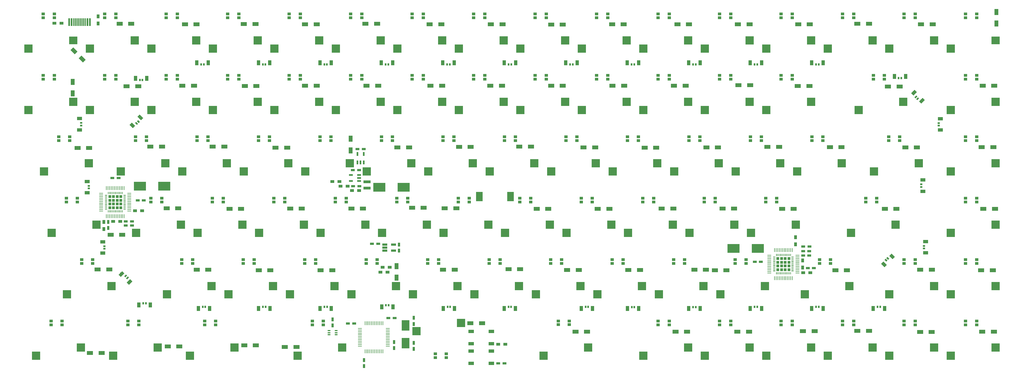
<source format=gbr>
G04 #@! TF.GenerationSoftware,KiCad,Pcbnew,(5.1.4)-1*
G04 #@! TF.CreationDate,2021-03-25T14:40:39-07:00*
G04 #@! TF.ProjectId,lux84,6c757838-342e-46b6-9963-61645f706362,rev?*
G04 #@! TF.SameCoordinates,Original*
G04 #@! TF.FileFunction,Paste,Bot*
G04 #@! TF.FilePolarity,Positive*
%FSLAX46Y46*%
G04 Gerber Fmt 4.6, Leading zero omitted, Abs format (unit mm)*
G04 Created by KiCad (PCBNEW (5.1.4)-1) date 2021-03-25 14:40:39*
%MOMM*%
%LPD*%
G04 APERTURE LIST*
%ADD10C,1.200000*%
%ADD11C,0.100000*%
%ADD12R,1.850000X1.200000*%
%ADD13R,1.200000X1.850000*%
%ADD14R,2.550000X2.500000*%
%ADD15R,1.300000X0.250000*%
%ADD16R,0.250000X1.300000*%
%ADD17R,1.200000X0.900000*%
%ADD18R,1.000000X0.825000*%
%ADD19R,0.247460X0.680000*%
%ADD20R,0.680000X0.247460*%
%ADD21R,0.900000X0.900000*%
%ADD22R,2.550000X2.423800*%
%ADD23R,1.200000X0.750000*%
%ADD24R,0.750000X1.200000*%
%ADD25R,3.750000X2.700000*%
%ADD26C,0.500000*%
%ADD27C,1.000000*%
%ADD28R,0.500000X0.800000*%
%ADD29R,1.000000X1.500000*%
%ADD30R,0.800000X0.500000*%
%ADD31R,1.500000X1.000000*%
%ADD32R,0.600000X1.150000*%
%ADD33R,0.950000X0.400000*%
%ADD34R,2.300000X0.850000*%
%ADD35R,2.000000X3.000000*%
%ADD36R,1.150000X0.600000*%
%ADD37R,0.900000X1.200000*%
%ADD38R,1.700000X1.000000*%
%ADD39R,1.560000X0.650000*%
%ADD40R,0.300000X2.450000*%
%ADD41R,0.600000X2.450000*%
%ADD42R,2.400000X3.325000*%
G04 APERTURE END LIST*
D10*
X81372792Y-105122792D03*
D11*
G36*
X82451130Y-105352602D02*
G01*
X81602602Y-106201130D01*
X80294454Y-104892982D01*
X81142982Y-104044454D01*
X82451130Y-105352602D01*
X82451130Y-105352602D01*
G37*
D10*
X78827208Y-102577208D03*
D11*
G36*
X79905546Y-102807018D02*
G01*
X79057018Y-103655546D01*
X77748870Y-102347398D01*
X78597398Y-101498870D01*
X79905546Y-102807018D01*
X79905546Y-102807018D01*
G37*
D12*
X92996380Y-94176260D03*
X96596380Y-94176260D03*
X113232560Y-94361680D03*
X116832560Y-94361680D03*
X131497700Y-94275320D03*
X135097700Y-94275320D03*
X150441020Y-94384540D03*
X154041020Y-94384540D03*
X169170980Y-94199120D03*
X172770980Y-94199120D03*
X189066800Y-94382000D03*
X192666800Y-94382000D03*
X208015200Y-94382000D03*
X211615200Y-94382000D03*
X226676580Y-94425180D03*
X230276580Y-94425180D03*
X245556400Y-94331200D03*
X249156400Y-94331200D03*
X265817980Y-94328660D03*
X269417980Y-94328660D03*
X284550480Y-94354060D03*
X288150480Y-94354060D03*
X303214400Y-94387080D03*
X306814400Y-94387080D03*
X321550660Y-94186420D03*
X325150660Y-94186420D03*
X341291540Y-94315960D03*
X344891540Y-94315960D03*
D13*
X364595180Y-90534760D03*
X364595180Y-94134760D03*
X78471800Y-112216200D03*
X78471800Y-115816200D03*
D12*
X95137600Y-113533600D03*
X98737600Y-113533600D03*
X112407060Y-113373580D03*
X116007060Y-113373580D03*
X131792340Y-113457400D03*
X135392340Y-113457400D03*
X150430860Y-113426920D03*
X154030860Y-113426920D03*
X169496100Y-113432000D03*
X173096100Y-113432000D03*
X189292860Y-113442160D03*
X192892860Y-113442160D03*
X207850100Y-113371040D03*
X211450100Y-113371040D03*
X226671500Y-113398980D03*
X230271500Y-113398980D03*
X245680860Y-113388820D03*
X249280860Y-113388820D03*
X264756260Y-113398980D03*
X268356260Y-113398980D03*
X284707960Y-113271980D03*
X288307960Y-113271980D03*
X303112800Y-113454860D03*
X306712800Y-113454860D03*
X331052800Y-113635200D03*
X334652800Y-113635200D03*
X360361860Y-113439620D03*
X363961860Y-113439620D03*
X79948400Y-132685200D03*
X83548400Y-132685200D03*
X102539160Y-132258480D03*
X106139160Y-132258480D03*
X121843160Y-132324520D03*
X125443160Y-132324520D03*
X141299560Y-132598840D03*
X144899560Y-132598840D03*
D13*
X164527000Y-129853960D03*
X164527000Y-133453960D03*
D12*
X179066820Y-132512480D03*
X182666820Y-132512480D03*
X198142220Y-132413420D03*
X201742220Y-132413420D03*
X216808680Y-132248320D03*
X220408680Y-132248320D03*
X236729900Y-132499780D03*
X240329900Y-132499780D03*
X255652900Y-132606460D03*
X259252900Y-132606460D03*
X274768940Y-132535340D03*
X278368940Y-132535340D03*
X293707180Y-132413420D03*
X297307180Y-132413420D03*
X313028960Y-132494700D03*
X316628960Y-132494700D03*
X336394420Y-132499780D03*
X339994420Y-132499780D03*
X360072300Y-132454060D03*
X363672300Y-132454060D03*
X93810000Y-159660000D03*
X90210000Y-159660000D03*
X107568360Y-151397380D03*
X111168360Y-151397380D03*
X127029840Y-151565020D03*
X130629840Y-151565020D03*
X145841080Y-151478660D03*
X149441080Y-151478660D03*
X164799640Y-151506600D03*
X168399640Y-151506600D03*
X183585480Y-151278000D03*
X187185480Y-151278000D03*
X193689600Y-151379600D03*
X197289600Y-151379600D03*
X222218880Y-151565020D03*
X225818880Y-151565020D03*
X241116480Y-151577720D03*
X244716480Y-151577720D03*
X260941180Y-151496440D03*
X264541180Y-151496440D03*
X279780360Y-151521840D03*
X283380360Y-151521840D03*
X298246160Y-151618360D03*
X301846160Y-151618360D03*
X330059660Y-151572640D03*
X333659660Y-151572640D03*
X360608240Y-151565020D03*
X364208240Y-151565020D03*
X86196800Y-170409280D03*
X89796800Y-170409280D03*
X116882540Y-170480400D03*
X120482540Y-170480400D03*
X136110340Y-170615020D03*
X139710340Y-170615020D03*
X155269560Y-170655660D03*
X158869560Y-170655660D03*
D13*
X178827200Y-169366200D03*
X178827200Y-172966200D03*
D12*
X193201920Y-170482940D03*
X196801920Y-170482940D03*
X213478740Y-170335620D03*
X217078740Y-170335620D03*
X231654980Y-170526120D03*
X235254980Y-170526120D03*
X250613540Y-170584540D03*
X254213540Y-170584540D03*
X271055460Y-170444840D03*
X274655460Y-170444840D03*
X277408000Y-170620100D03*
X281008000Y-170620100D03*
X314746000Y-170648040D03*
X318346000Y-170648040D03*
X341035000Y-170513420D03*
X344635000Y-170513420D03*
X359889420Y-170620100D03*
X363489420Y-170620100D03*
X83809200Y-196286800D03*
X87409200Y-196286800D03*
X111488400Y-194254800D03*
X107888400Y-194254800D03*
X135212000Y-193950000D03*
X131612000Y-193950000D03*
X265190600Y-189662480D03*
X268790600Y-189662480D03*
X304687600Y-189545640D03*
X308287600Y-189545640D03*
X321563360Y-189477060D03*
X325163360Y-189477060D03*
X341004520Y-189736140D03*
X344604520Y-189736140D03*
X360237400Y-189715820D03*
X363837400Y-189715820D03*
X144159600Y-194407200D03*
X147759600Y-194407200D03*
X234233080Y-189675180D03*
X237833080Y-189675180D03*
X205265200Y-187041200D03*
X201665200Y-187041200D03*
X284398080Y-189659940D03*
X287998080Y-189659940D03*
D14*
X64765000Y-120925000D03*
X78615000Y-118385000D03*
X333409000Y-156485000D03*
X319559000Y-159025000D03*
D15*
X176116000Y-188660000D03*
X176116000Y-189160000D03*
X176116000Y-189660000D03*
X176116000Y-190160000D03*
X176116000Y-190660000D03*
X176116000Y-191160000D03*
X176116000Y-191660000D03*
X176116000Y-192160000D03*
X176116000Y-192660000D03*
X176116000Y-193160000D03*
X176116000Y-193660000D03*
X176116000Y-194160000D03*
D16*
X174516000Y-195760000D03*
X174016000Y-195760000D03*
X173516000Y-195760000D03*
X173016000Y-195760000D03*
X172516000Y-195760000D03*
X172016000Y-195760000D03*
X171516000Y-195760000D03*
X171016000Y-195760000D03*
X170516000Y-195760000D03*
X170016000Y-195760000D03*
X169516000Y-195760000D03*
X169016000Y-195760000D03*
D15*
X167416000Y-194160000D03*
X167416000Y-193660000D03*
X167416000Y-193160000D03*
X167416000Y-192660000D03*
X167416000Y-192160000D03*
X167416000Y-191660000D03*
X167416000Y-191160000D03*
X167416000Y-190660000D03*
X167416000Y-190160000D03*
X167416000Y-189660000D03*
X167416000Y-189160000D03*
X167416000Y-188660000D03*
D16*
X169016000Y-187060000D03*
X169516000Y-187060000D03*
X170016000Y-187060000D03*
X170516000Y-187060000D03*
X171016000Y-187060000D03*
X171516000Y-187060000D03*
X172016000Y-187060000D03*
X172516000Y-187060000D03*
X173016000Y-187060000D03*
X173516000Y-187060000D03*
X174016000Y-187060000D03*
X174516000Y-187060000D03*
D17*
X161395000Y-144521600D03*
X163595000Y-144521600D03*
D18*
X183653200Y-92290000D03*
X183653200Y-91140000D03*
X187055800Y-91140000D03*
X187055800Y-92290000D03*
D15*
X96004400Y-147275400D03*
X87304400Y-150775400D03*
X87304400Y-147275400D03*
D16*
X90404400Y-145175400D03*
D15*
X87304400Y-149275400D03*
D16*
X89404400Y-145175400D03*
D15*
X96004400Y-146775400D03*
X87304400Y-150275400D03*
D16*
X92404400Y-145175400D03*
X93904400Y-145175400D03*
D15*
X96004400Y-147775400D03*
X96004400Y-148275400D03*
D16*
X94404400Y-145175400D03*
D15*
X87304400Y-151275400D03*
D16*
X93404400Y-145175400D03*
D15*
X87304400Y-148275400D03*
X87304400Y-152275400D03*
X87304400Y-151775400D03*
X87304400Y-148775400D03*
X87304400Y-147775400D03*
X87304400Y-149775400D03*
X87304400Y-146775400D03*
D16*
X88904400Y-145175400D03*
X89904400Y-145175400D03*
X90904400Y-145175400D03*
X91404400Y-145175400D03*
X91904400Y-145175400D03*
X92904400Y-145175400D03*
D15*
X96004400Y-150275400D03*
D16*
X88904400Y-153875400D03*
D15*
X96004400Y-148775400D03*
D16*
X94404400Y-153875400D03*
X93404400Y-153875400D03*
D15*
X96004400Y-151775400D03*
D16*
X91404400Y-153875400D03*
D15*
X96004400Y-152275400D03*
D16*
X92904400Y-153875400D03*
D15*
X96004400Y-150775400D03*
D16*
X93904400Y-153875400D03*
X91904400Y-153875400D03*
X92404400Y-153875400D03*
X90404400Y-153875400D03*
D15*
X96004400Y-151275400D03*
D16*
X90904400Y-153875400D03*
X89404400Y-153875400D03*
D15*
X96004400Y-149775400D03*
X96004400Y-149275400D03*
D16*
X89904400Y-153875400D03*
D19*
X89454400Y-152385400D03*
X89854400Y-152385400D03*
X90254400Y-152385400D03*
X90654400Y-152385400D03*
X91054400Y-152385400D03*
X91454400Y-152385400D03*
X91854400Y-152385400D03*
X92254400Y-152385400D03*
X92654400Y-152385400D03*
X93054400Y-152385400D03*
X93454400Y-152385400D03*
X93854400Y-152385400D03*
D20*
X94514400Y-151725400D03*
X94514400Y-151325400D03*
X94514400Y-150925400D03*
X94514400Y-150525400D03*
X94514400Y-150125400D03*
X94514400Y-149725400D03*
X94514400Y-149325400D03*
X94514400Y-148925400D03*
X94514400Y-148525400D03*
X94514400Y-148125400D03*
X94514400Y-147725400D03*
X94514400Y-147325400D03*
D19*
X93854400Y-146665400D03*
X93454400Y-146665400D03*
X93054400Y-146665400D03*
X92654400Y-146665400D03*
X92254400Y-146665400D03*
X91854400Y-146665400D03*
X91454400Y-146665400D03*
X91054400Y-146665400D03*
X90654400Y-146665400D03*
X90254400Y-146665400D03*
X89854400Y-146665400D03*
X89454400Y-146665400D03*
D20*
X88794400Y-147325400D03*
X88794400Y-147725400D03*
X88794400Y-148125400D03*
X88794400Y-148525400D03*
X88794400Y-148925400D03*
X88794400Y-149325400D03*
X88794400Y-149725400D03*
X88794400Y-150125400D03*
X88794400Y-150525400D03*
X88794400Y-150925400D03*
X88794400Y-151325400D03*
X88794400Y-151725400D03*
D21*
X93379400Y-147800400D03*
X93379400Y-148950400D03*
X93379400Y-150100400D03*
X93379400Y-151250400D03*
X92229400Y-147800400D03*
X92229400Y-148950400D03*
X92229400Y-150100400D03*
X92229400Y-151250400D03*
X91079400Y-147800400D03*
X91079400Y-148950400D03*
X91079400Y-150100400D03*
X91079400Y-151250400D03*
X89929400Y-147800400D03*
X89929400Y-148950400D03*
X89929400Y-150100400D03*
X89929400Y-151250400D03*
D16*
X296389000Y-164377800D03*
X299889000Y-173077800D03*
X296389000Y-173077800D03*
D15*
X294289000Y-169977800D03*
D16*
X298389000Y-173077800D03*
D15*
X294289000Y-170977800D03*
D16*
X295889000Y-164377800D03*
X299389000Y-173077800D03*
D15*
X294289000Y-167977800D03*
X294289000Y-166477800D03*
D16*
X296889000Y-164377800D03*
X297389000Y-164377800D03*
D15*
X294289000Y-165977800D03*
D16*
X300389000Y-173077800D03*
D15*
X294289000Y-166977800D03*
D16*
X297389000Y-173077800D03*
X301389000Y-173077800D03*
X300889000Y-173077800D03*
X297889000Y-173077800D03*
X296889000Y-173077800D03*
X298889000Y-173077800D03*
X295889000Y-173077800D03*
D15*
X294289000Y-171477800D03*
X294289000Y-170477800D03*
X294289000Y-169477800D03*
X294289000Y-168977800D03*
X294289000Y-168477800D03*
X294289000Y-167477800D03*
D16*
X299389000Y-164377800D03*
D15*
X302989000Y-171477800D03*
D16*
X297889000Y-164377800D03*
D15*
X302989000Y-165977800D03*
X302989000Y-166977800D03*
D16*
X300889000Y-164377800D03*
D15*
X302989000Y-168977800D03*
D16*
X301389000Y-164377800D03*
D15*
X302989000Y-167477800D03*
D16*
X299889000Y-164377800D03*
D15*
X302989000Y-166477800D03*
X302989000Y-168477800D03*
X302989000Y-167977800D03*
X302989000Y-169977800D03*
D16*
X300389000Y-164377800D03*
D15*
X302989000Y-169477800D03*
X302989000Y-170977800D03*
D16*
X298889000Y-164377800D03*
X298389000Y-164377800D03*
D15*
X302989000Y-170477800D03*
D20*
X301499000Y-170927800D03*
X301499000Y-170527800D03*
X301499000Y-170127800D03*
X301499000Y-169727800D03*
X301499000Y-169327800D03*
X301499000Y-168927800D03*
X301499000Y-168527800D03*
X301499000Y-168127800D03*
X301499000Y-167727800D03*
X301499000Y-167327800D03*
X301499000Y-166927800D03*
X301499000Y-166527800D03*
D19*
X300839000Y-165867800D03*
X300439000Y-165867800D03*
X300039000Y-165867800D03*
X299639000Y-165867800D03*
X299239000Y-165867800D03*
X298839000Y-165867800D03*
X298439000Y-165867800D03*
X298039000Y-165867800D03*
X297639000Y-165867800D03*
X297239000Y-165867800D03*
X296839000Y-165867800D03*
X296439000Y-165867800D03*
D20*
X295779000Y-166527800D03*
X295779000Y-166927800D03*
X295779000Y-167327800D03*
X295779000Y-167727800D03*
X295779000Y-168127800D03*
X295779000Y-168527800D03*
X295779000Y-168927800D03*
X295779000Y-169327800D03*
X295779000Y-169727800D03*
X295779000Y-170127800D03*
X295779000Y-170527800D03*
X295779000Y-170927800D03*
D19*
X296439000Y-171587800D03*
X296839000Y-171587800D03*
X297239000Y-171587800D03*
X297639000Y-171587800D03*
X298039000Y-171587800D03*
X298439000Y-171587800D03*
X298839000Y-171587800D03*
X299239000Y-171587800D03*
X299639000Y-171587800D03*
X300039000Y-171587800D03*
X300439000Y-171587800D03*
X300839000Y-171587800D03*
D21*
X296914000Y-167002800D03*
X298064000Y-167002800D03*
X299214000Y-167002800D03*
X300364000Y-167002800D03*
X296914000Y-168152800D03*
X298064000Y-168152800D03*
X299214000Y-168152800D03*
X300364000Y-168152800D03*
X296914000Y-169302800D03*
X298064000Y-169302800D03*
X299214000Y-169302800D03*
X300364000Y-169302800D03*
X296914000Y-170452800D03*
X298064000Y-170452800D03*
X299214000Y-170452800D03*
X300364000Y-170452800D03*
D14*
X64765000Y-101875000D03*
D22*
X78615000Y-99373100D03*
D14*
X350515000Y-101875000D03*
D22*
X364365000Y-99373100D03*
D18*
X72755800Y-92290000D03*
X72755800Y-91140000D03*
X69353200Y-91140000D03*
X69353200Y-92290000D03*
X91805800Y-92290000D03*
X91805800Y-91140000D03*
X88403200Y-91140000D03*
X88403200Y-92290000D03*
X110855800Y-92290000D03*
X110855800Y-91140000D03*
X107453200Y-91140000D03*
X107453200Y-92290000D03*
X129905800Y-92290000D03*
X129905800Y-91140000D03*
X126503200Y-91140000D03*
X126503200Y-92290000D03*
X148955800Y-92290000D03*
X148955800Y-91140000D03*
X145553200Y-91140000D03*
X145553200Y-92290000D03*
X168005800Y-92290000D03*
X168005800Y-91140000D03*
X164603200Y-91140000D03*
X164603200Y-92290000D03*
X206105800Y-92290000D03*
X206105800Y-91140000D03*
X202703200Y-91140000D03*
X202703200Y-92290000D03*
X225155800Y-92290000D03*
X225155800Y-91140000D03*
X221753200Y-91140000D03*
X221753200Y-92290000D03*
X244205800Y-92290000D03*
X244205800Y-91140000D03*
X240803200Y-91140000D03*
X240803200Y-92290000D03*
X263255800Y-92290000D03*
X263255800Y-91140000D03*
X259853200Y-91140000D03*
X259853200Y-92290000D03*
X282305800Y-92290000D03*
X282305800Y-91140000D03*
X278903200Y-91140000D03*
X278903200Y-92290000D03*
X301355800Y-92290000D03*
X301355800Y-91140000D03*
X297953200Y-91140000D03*
X297953200Y-92290000D03*
X320405800Y-92290000D03*
X320405800Y-91140000D03*
X317003200Y-91140000D03*
X317003200Y-92290000D03*
X339455800Y-92290000D03*
X339455800Y-91140000D03*
X336053200Y-91140000D03*
X336053200Y-92290000D03*
X358505800Y-92290000D03*
X358505800Y-91140000D03*
X355103200Y-91140000D03*
X355103200Y-92290000D03*
X72755800Y-111340000D03*
X72755800Y-110190000D03*
X69353200Y-110190000D03*
X69353200Y-111340000D03*
X91805800Y-111340000D03*
X91805800Y-110190000D03*
X88403200Y-110190000D03*
X88403200Y-111340000D03*
X110855800Y-111340000D03*
X110855800Y-110190000D03*
X107453200Y-110190000D03*
X107453200Y-111340000D03*
X129905800Y-111340000D03*
X129905800Y-110190000D03*
X126503200Y-110190000D03*
X126503200Y-111340000D03*
X148955800Y-111340000D03*
X148955800Y-110190000D03*
X145553200Y-110190000D03*
X145553200Y-111340000D03*
X168005800Y-111340000D03*
X168005800Y-110190000D03*
X164603200Y-110190000D03*
X164603200Y-111340000D03*
X187055800Y-111340000D03*
X187055800Y-110190000D03*
X183653200Y-110190000D03*
X183653200Y-111340000D03*
X206105800Y-111340000D03*
X206105800Y-110190000D03*
X202703200Y-110190000D03*
X202703200Y-111340000D03*
X225155800Y-111340000D03*
X225155800Y-110190000D03*
X221753200Y-110190000D03*
X221753200Y-111340000D03*
X244205800Y-111340000D03*
X244205800Y-110190000D03*
X240803200Y-110190000D03*
X240803200Y-111340000D03*
X263255800Y-111340000D03*
X263255800Y-110190000D03*
X259853200Y-110190000D03*
X259853200Y-111340000D03*
X282305800Y-111340000D03*
X282305800Y-110190000D03*
X278903200Y-110190000D03*
X278903200Y-111340000D03*
X301355800Y-111340000D03*
X301355800Y-110190000D03*
X297953200Y-110190000D03*
X297953200Y-111340000D03*
X329930800Y-111340000D03*
X329930800Y-110190000D03*
X326528200Y-110190000D03*
X326528200Y-111340000D03*
X358505800Y-111340000D03*
X358505800Y-110190000D03*
X355103200Y-110190000D03*
X355103200Y-111340000D03*
X77518300Y-130390000D03*
X77518300Y-129240000D03*
X74115700Y-129240000D03*
X74115700Y-130390000D03*
X101330800Y-130390000D03*
X101330800Y-129240000D03*
X97928200Y-129240000D03*
X97928200Y-130390000D03*
X120380800Y-130390000D03*
X120380800Y-129240000D03*
X116978200Y-129240000D03*
X116978200Y-130390000D03*
X139430800Y-130390000D03*
X139430800Y-129240000D03*
X136028200Y-129240000D03*
X136028200Y-130390000D03*
X158480800Y-130390000D03*
X158480800Y-129240000D03*
X155078200Y-129240000D03*
X155078200Y-130390000D03*
X177530800Y-130390000D03*
X177530800Y-129240000D03*
X174128200Y-129240000D03*
X174128200Y-130390000D03*
X196580800Y-130390000D03*
X196580800Y-129240000D03*
X193178200Y-129240000D03*
X193178200Y-130390000D03*
X215630800Y-130390000D03*
X215630800Y-129240000D03*
X212228200Y-129240000D03*
X212228200Y-130390000D03*
X234680800Y-130390000D03*
X234680800Y-129240000D03*
X231278200Y-129240000D03*
X231278200Y-130390000D03*
X253730800Y-130390000D03*
X253730800Y-129240000D03*
X250328200Y-129240000D03*
X250328200Y-130390000D03*
X272780800Y-130390000D03*
X272780800Y-129240000D03*
X269378200Y-129240000D03*
X269378200Y-130390000D03*
X291830800Y-130390000D03*
X291830800Y-129240000D03*
X288428200Y-129240000D03*
X288428200Y-130390000D03*
X310880800Y-130390000D03*
X310880800Y-129240000D03*
X307478200Y-129240000D03*
X307478200Y-130390000D03*
X334693800Y-130390000D03*
X334693800Y-129240000D03*
X331291200Y-129240000D03*
X331291200Y-130390000D03*
X358505800Y-130390000D03*
X358505800Y-129240000D03*
X355103200Y-129240000D03*
X355103200Y-130390000D03*
X79899550Y-149440000D03*
X79899550Y-148290000D03*
X76496950Y-148290000D03*
X76496950Y-149440000D03*
X106093300Y-149440000D03*
X106093300Y-148290000D03*
X102690700Y-148290000D03*
X102690700Y-149440000D03*
X125143300Y-149440000D03*
X125143300Y-148290000D03*
X121740700Y-148290000D03*
X121740700Y-149440000D03*
X144193300Y-149440000D03*
X144193300Y-148290000D03*
X140790700Y-148290000D03*
X140790700Y-149440000D03*
X163243300Y-149440000D03*
X163243300Y-148290000D03*
X159840700Y-148290000D03*
X159840700Y-149440000D03*
X182293800Y-149440000D03*
X182293800Y-148290000D03*
X178891200Y-148290000D03*
X178891200Y-149440000D03*
X201343800Y-149440000D03*
X201343800Y-148290000D03*
X197941200Y-148290000D03*
X197941200Y-149440000D03*
X220393800Y-149440000D03*
X220393800Y-148290000D03*
X216991200Y-148290000D03*
X216991200Y-149440000D03*
X239443800Y-149440000D03*
X239443800Y-148290000D03*
X236041200Y-148290000D03*
X236041200Y-149440000D03*
X258493800Y-149440000D03*
X258493800Y-148290000D03*
X255091200Y-148290000D03*
X255091200Y-149440000D03*
X277543800Y-149440000D03*
X277543800Y-148290000D03*
X274141200Y-148290000D03*
X274141200Y-149440000D03*
X296593800Y-149440000D03*
X296593800Y-148290000D03*
X293191200Y-148290000D03*
X293191200Y-149440000D03*
X327549800Y-149440000D03*
X327549800Y-148290000D03*
X324147200Y-148290000D03*
X324147200Y-149440000D03*
X358505800Y-149440000D03*
X358505800Y-148290000D03*
X355103200Y-148290000D03*
X355103200Y-149440000D03*
X84662100Y-168490000D03*
X84662100Y-167340000D03*
X81259500Y-167340000D03*
X81259500Y-168490000D03*
X115618400Y-168490000D03*
X115618400Y-167340000D03*
X112215800Y-167340000D03*
X112215800Y-168490000D03*
X134668400Y-168490000D03*
X134668400Y-167340000D03*
X131265800Y-167340000D03*
X131265800Y-168490000D03*
X153718400Y-168490000D03*
X153718400Y-167340000D03*
X150315800Y-167340000D03*
X150315800Y-168490000D03*
X172768400Y-168490000D03*
X172768400Y-167340000D03*
X169365800Y-167340000D03*
X169365800Y-168490000D03*
X191818400Y-168490000D03*
X191818400Y-167340000D03*
X188415800Y-167340000D03*
X188415800Y-168490000D03*
X210868400Y-168490000D03*
X210868400Y-167340000D03*
X207465800Y-167340000D03*
X207465800Y-168490000D03*
X229918400Y-168490000D03*
X229918400Y-167340000D03*
X226515800Y-167340000D03*
X226515800Y-168490000D03*
X248968400Y-168490000D03*
X248968400Y-167340000D03*
X245565800Y-167340000D03*
X245565800Y-168490000D03*
X268018400Y-168490000D03*
X268018400Y-167340000D03*
X264615800Y-167340000D03*
X264615800Y-168490000D03*
X287068400Y-168490000D03*
X287068400Y-167340000D03*
X283665800Y-167340000D03*
X283665800Y-168490000D03*
X313262100Y-168490000D03*
X313262100Y-167340000D03*
X309859500Y-167340000D03*
X309859500Y-168490000D03*
X339455800Y-168490000D03*
X339455800Y-167340000D03*
X336053200Y-167340000D03*
X336053200Y-168490000D03*
X358505800Y-168490000D03*
X358505800Y-167340000D03*
X355103200Y-167340000D03*
X355103200Y-168490000D03*
X75137050Y-187540000D03*
X75137050Y-186390000D03*
X71734450Y-186390000D03*
X71734450Y-187540000D03*
X98949600Y-187540000D03*
X98949600Y-186390000D03*
X95547000Y-186390000D03*
X95547000Y-187540000D03*
X122762100Y-187540000D03*
X122762100Y-186390000D03*
X119359500Y-186390000D03*
X119359500Y-187540000D03*
X156099600Y-187540000D03*
X156099600Y-186390000D03*
X152697000Y-186390000D03*
X152697000Y-187540000D03*
X194199800Y-197700000D03*
X194199800Y-196550000D03*
X190797200Y-196550000D03*
X190797200Y-197700000D03*
X232305900Y-187527300D03*
X232305900Y-186377300D03*
X228903300Y-186377300D03*
X228903300Y-187527300D03*
X263255800Y-187540000D03*
X263255800Y-186390000D03*
X259853200Y-186390000D03*
X259853200Y-187540000D03*
X282305800Y-187540000D03*
X282305800Y-186390000D03*
X278903200Y-186390000D03*
X278903200Y-187540000D03*
X301355800Y-187540000D03*
X301355800Y-186390000D03*
X297953200Y-186390000D03*
X297953200Y-187540000D03*
X320405800Y-187540000D03*
X320405800Y-186390000D03*
X317003200Y-186390000D03*
X317003200Y-187540000D03*
X339455800Y-187540000D03*
X339455800Y-186390000D03*
X336053200Y-186390000D03*
X336053200Y-187540000D03*
X358505800Y-187540000D03*
X358505800Y-186390000D03*
X355103200Y-186390000D03*
X355103200Y-187540000D03*
D14*
X184939000Y-189505000D03*
X198789000Y-186965000D03*
X264790000Y-139975000D03*
X278640000Y-137435000D03*
D23*
X212213000Y-199538000D03*
X210313000Y-199538000D03*
D24*
X178014400Y-192898400D03*
X178014400Y-194798400D03*
D23*
X165654800Y-187117400D03*
X163754800Y-187117400D03*
X176277000Y-185441000D03*
X178177000Y-185441000D03*
D24*
X168718000Y-198461000D03*
X168718000Y-200361000D03*
D23*
X165253400Y-139543200D03*
X167153400Y-139543200D03*
X168601200Y-133066200D03*
X166701200Y-133066200D03*
D25*
X181002000Y-144928000D03*
X173452000Y-144928000D03*
D23*
X167255000Y-144547000D03*
X165355000Y-144547000D03*
D24*
X179513000Y-164547000D03*
X179513000Y-162647000D03*
D23*
X92655200Y-142057800D03*
X90755200Y-142057800D03*
X98603800Y-148941200D03*
X100503800Y-148941200D03*
X94895400Y-155443600D03*
X96795400Y-155443600D03*
D25*
X99284000Y-144547000D03*
X106834000Y-144547000D03*
D23*
X306701000Y-163241400D03*
X304801000Y-163241400D03*
X304750200Y-164689200D03*
X306650200Y-164689200D03*
X291664200Y-167991200D03*
X289764200Y-167991200D03*
D25*
X290750880Y-163861160D03*
X283200880Y-163861160D03*
D23*
X96795400Y-156764400D03*
X94895400Y-156764400D03*
X306675600Y-166035400D03*
X304775600Y-166035400D03*
D24*
X89470000Y-155636600D03*
X89470000Y-157536600D03*
D23*
X306198000Y-169997800D03*
X308098000Y-169997800D03*
D24*
X184110400Y-185380000D03*
X184110400Y-187280000D03*
X184110400Y-195027000D03*
X184110400Y-193127000D03*
D26*
X98240211Y-125079296D03*
D11*
G36*
X98346277Y-125538915D02*
G01*
X97780592Y-124973230D01*
X98134145Y-124619677D01*
X98699830Y-125185362D01*
X98346277Y-125538915D01*
X98346277Y-125538915D01*
G37*
D26*
X98805896Y-124513611D03*
D11*
G36*
X98911962Y-124973230D02*
G01*
X98346277Y-124407545D01*
X98699830Y-124053992D01*
X99265515Y-124619677D01*
X98911962Y-124973230D01*
X98911962Y-124973230D01*
G37*
D27*
X99406937Y-123205463D03*
D11*
G36*
X99583714Y-124089346D02*
G01*
X98523054Y-123028686D01*
X99230160Y-122321580D01*
X100290820Y-123382240D01*
X99583714Y-124089346D01*
X99583714Y-124089346D01*
G37*
D27*
X96932063Y-125680337D03*
D11*
G36*
X97108840Y-126564220D02*
G01*
X96048180Y-125503560D01*
X96755286Y-124796454D01*
X97815946Y-125857114D01*
X97108840Y-126564220D01*
X97108840Y-126564220D01*
G37*
D28*
X99242700Y-111646000D03*
X100042700Y-111646000D03*
D29*
X101392700Y-111146000D03*
X97892700Y-111146000D03*
D28*
X118280000Y-106820000D03*
X119080000Y-106820000D03*
D29*
X120430000Y-106320000D03*
X116930000Y-106320000D03*
D28*
X137342700Y-106820000D03*
X138142700Y-106820000D03*
D29*
X139492700Y-106320000D03*
X135992700Y-106320000D03*
D28*
X156392700Y-106820000D03*
X157192700Y-106820000D03*
D29*
X158542700Y-106320000D03*
X155042700Y-106320000D03*
D28*
X175430000Y-106820000D03*
X176230000Y-106820000D03*
D29*
X177580000Y-106320000D03*
X174080000Y-106320000D03*
D28*
X194480000Y-106820000D03*
X195280000Y-106820000D03*
D29*
X196630000Y-106320000D03*
X193130000Y-106320000D03*
D28*
X213530000Y-106820000D03*
X214330000Y-106820000D03*
D29*
X215680000Y-106320000D03*
X212180000Y-106320000D03*
D28*
X232580000Y-106832700D03*
X233380000Y-106832700D03*
D29*
X234730000Y-106332700D03*
X231230000Y-106332700D03*
D28*
X251630000Y-106820000D03*
X252430000Y-106820000D03*
D29*
X253780000Y-106320000D03*
X250280000Y-106320000D03*
D28*
X270680000Y-106820000D03*
X271480000Y-106820000D03*
D29*
X272830000Y-106320000D03*
X269330000Y-106320000D03*
D28*
X289730000Y-106807300D03*
X290530000Y-106807300D03*
D29*
X291880000Y-106307300D03*
X288380000Y-106307300D03*
D28*
X308780000Y-106820000D03*
X309580000Y-106820000D03*
D29*
X310930000Y-106320000D03*
X307430000Y-106320000D03*
D28*
X334357800Y-111061800D03*
X335157800Y-111061800D03*
D29*
X336507800Y-110561800D03*
X333007800Y-110561800D03*
D26*
X339684004Y-116855511D03*
D11*
G36*
X339224385Y-116961577D02*
G01*
X339790070Y-116395892D01*
X340143623Y-116749445D01*
X339577938Y-117315130D01*
X339224385Y-116961577D01*
X339224385Y-116961577D01*
G37*
D26*
X340249689Y-117421196D03*
D11*
G36*
X339790070Y-117527262D02*
G01*
X340355755Y-116961577D01*
X340709308Y-117315130D01*
X340143623Y-117880815D01*
X339790070Y-117527262D01*
X339790070Y-117527262D01*
G37*
D27*
X341557837Y-118022237D03*
D11*
G36*
X340673954Y-118199014D02*
G01*
X341734614Y-117138354D01*
X342441720Y-117845460D01*
X341381060Y-118906120D01*
X340673954Y-118199014D01*
X340673954Y-118199014D01*
G37*
D27*
X339082963Y-115547363D03*
D11*
G36*
X338199080Y-115724140D02*
G01*
X339259740Y-114663480D01*
X339966846Y-115370586D01*
X338906186Y-116431246D01*
X338199080Y-115724140D01*
X338199080Y-115724140D01*
G37*
D30*
X81080000Y-125757300D03*
X81080000Y-124957300D03*
D31*
X80580000Y-123607300D03*
X80580000Y-127107300D03*
D30*
X346780000Y-124970000D03*
X346780000Y-125770000D03*
D31*
X347280000Y-127120000D03*
X347280000Y-123620000D03*
D30*
X83467600Y-145264500D03*
X83467600Y-144464500D03*
D31*
X82967600Y-143114500D03*
X82967600Y-146614500D03*
D30*
X341319000Y-144007300D03*
X341319000Y-144807300D03*
D31*
X341819000Y-146157300D03*
X341819000Y-142657300D03*
D30*
X88255500Y-163958900D03*
X88255500Y-163158900D03*
D31*
X87755500Y-161808900D03*
X87755500Y-165308900D03*
D30*
X342208000Y-163070000D03*
X342208000Y-163870000D03*
D31*
X342708000Y-165220000D03*
X342708000Y-161720000D03*
D26*
X95440396Y-172949689D03*
D11*
G36*
X95900015Y-172843623D02*
G01*
X95334330Y-173409308D01*
X94980777Y-173055755D01*
X95546462Y-172490070D01*
X95900015Y-172843623D01*
X95900015Y-172843623D01*
G37*
D26*
X94874711Y-172384004D03*
D11*
G36*
X95334330Y-172277938D02*
G01*
X94768645Y-172843623D01*
X94415092Y-172490070D01*
X94980777Y-171924385D01*
X95334330Y-172277938D01*
X95334330Y-172277938D01*
G37*
D27*
X93566563Y-171782963D03*
D11*
G36*
X94450446Y-171606186D02*
G01*
X93389786Y-172666846D01*
X92682680Y-171959740D01*
X93743340Y-170899080D01*
X94450446Y-171606186D01*
X94450446Y-171606186D01*
G37*
D27*
X96041437Y-174257837D03*
D11*
G36*
X96925320Y-174081060D02*
G01*
X95864660Y-175141720D01*
X95157554Y-174434614D01*
X96218214Y-173373954D01*
X96925320Y-174081060D01*
X96925320Y-174081060D01*
G37*
D28*
X101134900Y-180915100D03*
X100334900Y-180915100D03*
D29*
X98984900Y-181415100D03*
X102484900Y-181415100D03*
D28*
X119524500Y-182020000D03*
X118724500Y-182020000D03*
D29*
X117374500Y-182520000D03*
X120874500Y-182520000D03*
D28*
X138218900Y-182020000D03*
X137418900Y-182020000D03*
D29*
X136068900Y-182520000D03*
X139568900Y-182520000D03*
D28*
X157243500Y-182007300D03*
X156443500Y-182007300D03*
D29*
X155093500Y-182507300D03*
X158593500Y-182507300D03*
D28*
X176323980Y-181514540D03*
X175523980Y-181514540D03*
D29*
X174173980Y-182014540D03*
X177673980Y-182014540D03*
D28*
X195394300Y-182020000D03*
X194594300Y-182020000D03*
D29*
X193244300Y-182520000D03*
X196744300Y-182520000D03*
D28*
X214291900Y-182007300D03*
X213491900Y-182007300D03*
D29*
X212141900Y-182507300D03*
X215641900Y-182507300D03*
D28*
X238142500Y-182007300D03*
X237342500Y-182007300D03*
D29*
X235992500Y-182507300D03*
X239492500Y-182507300D03*
D28*
X252442700Y-182032700D03*
X251642700Y-182032700D03*
D29*
X250292700Y-182532700D03*
X253792700Y-182532700D03*
D28*
X271480000Y-182032700D03*
X270680000Y-182032700D03*
D29*
X269330000Y-182532700D03*
X272830000Y-182532700D03*
D28*
X290517300Y-182020000D03*
X289717300Y-182020000D03*
D29*
X288367300Y-182520000D03*
X291867300Y-182520000D03*
D28*
X309580000Y-182020000D03*
X308780000Y-182020000D03*
D29*
X307430000Y-182520000D03*
X310930000Y-182520000D03*
D28*
X328630000Y-182020000D03*
X327830000Y-182020000D03*
D29*
X326480000Y-182520000D03*
X329980000Y-182520000D03*
D26*
X330991389Y-166923004D03*
D11*
G36*
X330885323Y-166463385D02*
G01*
X331451008Y-167029070D01*
X331097455Y-167382623D01*
X330531770Y-166816938D01*
X330885323Y-166463385D01*
X330885323Y-166463385D01*
G37*
D26*
X330425704Y-167488689D03*
D11*
G36*
X330319638Y-167029070D02*
G01*
X330885323Y-167594755D01*
X330531770Y-167948308D01*
X329966085Y-167382623D01*
X330319638Y-167029070D01*
X330319638Y-167029070D01*
G37*
D27*
X329824663Y-168796837D03*
D11*
G36*
X329647886Y-167912954D02*
G01*
X330708546Y-168973614D01*
X330001440Y-169680720D01*
X328940780Y-168620060D01*
X329647886Y-167912954D01*
X329647886Y-167912954D01*
G37*
D27*
X332299537Y-166321963D03*
D11*
G36*
X332122760Y-165438080D02*
G01*
X333183420Y-166498740D01*
X332476314Y-167205846D01*
X331415654Y-166145186D01*
X332122760Y-165438080D01*
X332122760Y-165438080D01*
G37*
D32*
X168601200Y-137160200D03*
X167651200Y-137160200D03*
X166701200Y-137160200D03*
X166701200Y-134560200D03*
X168601200Y-134560200D03*
D33*
X157839000Y-189363000D03*
X157839000Y-190013000D03*
X157839000Y-190663000D03*
X160039000Y-190663000D03*
X160039000Y-190013000D03*
X160039000Y-189363000D03*
D34*
X169607000Y-143191000D03*
X169607000Y-145141000D03*
D35*
X204420240Y-147790580D03*
X214072240Y-147790580D03*
D36*
X167224000Y-141057000D03*
X167224000Y-142007000D03*
X167224000Y-142957000D03*
X164624000Y-142957000D03*
X164624000Y-141057000D03*
D17*
X210315400Y-193569000D03*
X212515400Y-193569000D03*
X167227200Y-145944000D03*
X165027200Y-145944000D03*
X158931200Y-143099200D03*
X161131200Y-143099200D03*
X176701400Y-169718400D03*
X174501400Y-169718400D03*
X175964800Y-171191600D03*
X173764800Y-171191600D03*
D37*
X86295000Y-94085000D03*
X86295000Y-91885000D03*
D17*
X75025200Y-93975600D03*
X72825200Y-93975600D03*
X90986200Y-155494400D03*
X93186200Y-155494400D03*
D37*
X304608000Y-169777000D03*
X304608000Y-167577000D03*
X88098400Y-157839000D03*
X88098400Y-155639000D03*
D17*
X306952600Y-171369400D03*
X304752600Y-171369400D03*
X99968000Y-152192400D03*
X97768000Y-152192400D03*
D37*
X302372800Y-160414200D03*
X302372800Y-162614200D03*
D14*
X83815000Y-120925000D03*
X97665000Y-118385000D03*
X102865000Y-120925000D03*
X116715000Y-118385000D03*
X121915000Y-120925000D03*
X135765000Y-118385000D03*
X140965000Y-120925000D03*
X154815000Y-118385000D03*
X160015000Y-120925000D03*
X173865000Y-118385000D03*
X179065000Y-120925000D03*
X192915000Y-118385000D03*
X198115000Y-120925000D03*
X211965000Y-118385000D03*
X217165000Y-120925000D03*
X231015000Y-118385000D03*
X236215000Y-120925000D03*
X250065000Y-118385000D03*
X255265000Y-120925000D03*
X269115000Y-118385000D03*
X274315000Y-120925000D03*
X288165000Y-118385000D03*
X293365000Y-120925000D03*
X307215000Y-118385000D03*
X335790000Y-118385000D03*
X321940000Y-120925000D03*
X350515000Y-120925000D03*
X364365000Y-118385000D03*
X93340000Y-139975000D03*
X107190000Y-137435000D03*
X112390000Y-139975000D03*
X126240000Y-137435000D03*
X131440000Y-139975000D03*
X145290000Y-137435000D03*
X150490000Y-139975000D03*
X164340000Y-137435000D03*
X169540000Y-139975000D03*
X183390000Y-137435000D03*
X188590000Y-139975000D03*
X202440000Y-137435000D03*
X207640000Y-139975000D03*
X221490000Y-137435000D03*
X226690000Y-139975000D03*
X240540000Y-137435000D03*
X245740000Y-139975000D03*
X259590000Y-137435000D03*
X283840000Y-139975000D03*
X297690000Y-137435000D03*
X302890000Y-139975000D03*
X316740000Y-137435000D03*
X340553000Y-137435000D03*
X326703000Y-139975000D03*
X350515000Y-139975000D03*
X364365000Y-137435000D03*
X85822250Y-156459600D03*
X71972250Y-158999600D03*
X98102500Y-159025000D03*
X111952500Y-156485000D03*
X117152500Y-159025000D03*
X131002500Y-156485000D03*
X136202500Y-159025000D03*
X150052500Y-156485000D03*
X155252500Y-159025000D03*
X169102500Y-156485000D03*
X174303000Y-159025000D03*
X188153000Y-156485000D03*
X193353000Y-159025000D03*
X207203000Y-156485000D03*
X212403000Y-159025000D03*
X226253000Y-156485000D03*
X231453000Y-159025000D03*
X245303000Y-156485000D03*
X250503000Y-159025000D03*
X264353000Y-156485000D03*
X269553000Y-159025000D03*
X283403000Y-156485000D03*
X288603000Y-159025000D03*
X302453000Y-156485000D03*
X350515000Y-159025000D03*
X364365000Y-156485000D03*
X90521300Y-175535000D03*
X76671300Y-178075000D03*
X107627600Y-178075000D03*
X121477600Y-175535000D03*
X126677600Y-178075000D03*
X140527600Y-175535000D03*
X145727600Y-178075000D03*
X159577600Y-175535000D03*
X164777600Y-178075000D03*
X178627600Y-175535000D03*
X183827600Y-178075000D03*
X197677600Y-175535000D03*
X202877600Y-178075000D03*
X216727600Y-175535000D03*
X221927600Y-178075000D03*
X235777600Y-175535000D03*
X240977600Y-178075000D03*
X254827600Y-175535000D03*
X260027600Y-178075000D03*
X273877600Y-175535000D03*
X279077600Y-178075000D03*
X292927600Y-175535000D03*
X319121300Y-175535000D03*
X305271300Y-178075000D03*
X331465000Y-178075000D03*
X345315000Y-175535000D03*
X350515000Y-178075000D03*
X364365000Y-175535000D03*
X80996250Y-194585000D03*
X67146250Y-197125000D03*
X104808800Y-194585000D03*
X90958800Y-197125000D03*
X128621300Y-194585000D03*
X114771300Y-197125000D03*
X255265000Y-197125000D03*
X269115000Y-194585000D03*
X274315000Y-197125000D03*
X288165000Y-194585000D03*
X293365000Y-197125000D03*
X307215000Y-194585000D03*
X312415000Y-197125000D03*
X326265000Y-194585000D03*
X331465000Y-197125000D03*
X345315000Y-194585000D03*
X350515000Y-197125000D03*
X364365000Y-194585000D03*
D38*
X208190000Y-195733000D03*
X201890000Y-195733000D03*
X208190000Y-199533000D03*
X201890000Y-199533000D03*
X201890000Y-193437000D03*
X208190000Y-193437000D03*
X201890000Y-189637000D03*
X208190000Y-189637000D03*
D39*
X175115000Y-164547000D03*
X175115000Y-163597000D03*
X175115000Y-162647000D03*
X177815000Y-162647000D03*
X177815000Y-164547000D03*
D40*
X80330000Y-93687000D03*
X80830000Y-93687000D03*
X81330000Y-93687000D03*
X79830000Y-93687000D03*
X81830000Y-93687000D03*
X79330000Y-93687000D03*
X82330000Y-93687000D03*
X78830000Y-93687000D03*
D41*
X78130000Y-93687000D03*
X83030000Y-93687000D03*
X77355000Y-93687000D03*
X83805000Y-93687000D03*
D42*
X181545000Y-187758500D03*
X181545000Y-193283500D03*
D14*
X83815000Y-101875000D03*
X97665000Y-99335000D03*
X102865000Y-101875000D03*
X116715000Y-99335000D03*
X121915000Y-101875000D03*
X135765000Y-99335000D03*
X140965000Y-101875000D03*
X154815000Y-99335000D03*
X160015000Y-101875000D03*
X173865000Y-99335000D03*
X179065000Y-101875000D03*
X192915000Y-99335000D03*
X198115000Y-101875000D03*
X211965000Y-99335000D03*
X217165000Y-101875000D03*
X231015000Y-99335000D03*
X236215000Y-101875000D03*
X250065000Y-99335000D03*
X255265000Y-101875000D03*
X269115000Y-99335000D03*
X274315000Y-101875000D03*
X288165000Y-99335000D03*
X293365000Y-101875000D03*
X307215000Y-99335000D03*
X312415000Y-101875000D03*
X326265000Y-99335000D03*
X331465000Y-101875000D03*
X345315000Y-99335000D03*
X148108800Y-197125000D03*
X161958800Y-194585000D03*
X238165100Y-194572300D03*
X224315100Y-197112300D03*
D24*
X158964400Y-185862600D03*
X158964400Y-187762600D03*
D23*
X171197000Y-162454000D03*
X173097000Y-162454000D03*
D14*
X69591000Y-139949600D03*
X83441000Y-137409600D03*
M02*

</source>
